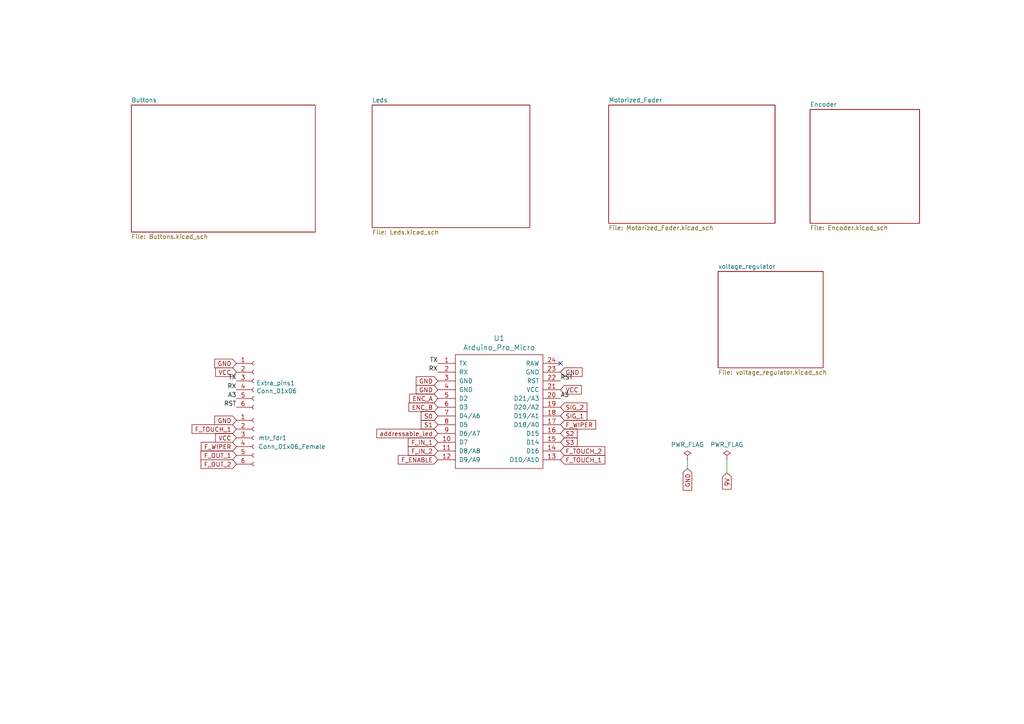
<source format=kicad_sch>
(kicad_sch (version 20211123) (generator eeschema)
  (paper "A4")
  (title_block (title "Faduino") (date "2021-09-14") (rev "1") (company "Nerd Musician"))
  (lib_symbols
    (symbol "Connector:Conn_01x06_Female" (pin_names (offset 1.016) hide)
      (property "Reference" "J" (at 0 7.62 0))
      (property "Value" "Conn_01x06_Female" (at 0 -10.16 0))
      (symbol "Conn_01x06_Female_1_1"
        (arc (start 0 -7.112) (mid -0.508 -7.62) (end 0 -8.128) (stroke (width 0.1524)))
        (arc (start 0 -4.572) (mid -0.508 -5.08) (end 0 -5.588) (stroke (width 0.1524)))
        (arc (start 0 -2.032) (mid -0.508 -2.54) (end 0 -3.048) (stroke (width 0.1524)))
        (polyline (pts (xy -1.27 -7.62) (xy -0.508 -7.62)) (stroke (width 0.1524)))
        (polyline (pts (xy -1.27 -5.08) (xy -0.508 -5.08)) (stroke (width 0.1524)))
        (polyline (pts (xy -1.27 -2.54) (xy -0.508 -2.54)) (stroke (width 0.1524)))
        (polyline (pts (xy -1.27 0) (xy -0.508 0)) (stroke (width 0.1524)))
        (polyline (pts (xy -1.27 2.54) (xy -0.508 2.54)) (stroke (width 0.1524)))
        (polyline (pts (xy -1.27 5.08) (xy -0.508 5.08)) (stroke (width 0.1524)))
        (arc (start 0 0.508) (mid -0.508 0) (end 0 -0.508) (stroke (width 0.1524)))
        (arc (start 0 3.048) (mid -0.508 2.54) (end 0 2.032) (stroke (width 0.1524)))
        (arc (start 0 5.588) (mid -0.508 5.08) (end 0 4.572) (stroke (width 0.1524)))
        (pin passive line (at -5.08 5.08 0) (length 3.81) (name "Pin_1") (number "1"))
        (pin passive line (at -5.08 2.54 0) (length 3.81) (name "Pin_2") (number "2"))
        (pin passive line (at -5.08 0 0) (length 3.81) (name "Pin_3") (number "3"))
        (pin passive line (at -5.08 -2.54 0) (length 3.81) (name "Pin_4") (number "4"))
        (pin passive line (at -5.08 -5.08 0) (length 3.81) (name "Pin_5") (number "5"))
        (pin passive line (at -5.08 -7.62 0) (length 3.81) (name "Pin_6") (number "6"))
      )
    )
    (symbol "Faduino-1-rescue:Arduino_Pro_Micro-promicro" (pin_names (offset 1.016))
      (property "Reference" "U" (at 0 24.13 0))
      (property "Value" "Arduino_Pro_Micro-promicro" (at 0 -13.97 0))
      (symbol "Arduino_Pro_Micro-promicro_0_1"
        (rectangle (start -12.7 21.59) (end 12.7 -11.43))
      )
      (symbol "Arduino_Pro_Micro-promicro_1_1"
        (pin bidirectional line (at -17.78 19.05 0) (length 5.08) (name "TX") (number "1"))
        (pin bidirectional line (at -17.78 -3.81 0) (length 5.08) (name "D7") (number "10"))
        (pin bidirectional line (at -17.78 -6.35 0) (length 5.08) (name "D8/A8") (number "11"))
        (pin bidirectional line (at -17.78 -8.89 0) (length 5.08) (name "D9/A9") (number "12"))
        (pin bidirectional line (at 17.78 -8.89 180) (length 5.08) (name "D10/A10") (number "13"))
        (pin bidirectional line (at 17.78 -6.35 180) (length 5.08) (name "D16") (number "14"))
        (pin bidirectional line (at 17.78 -3.81 180) (length 5.08) (name "D14") (number "15"))
        (pin bidirectional line (at 17.78 -1.27 180) (length 5.08) (name "D15") (number "16"))
        (pin bidirectional line (at 17.78 1.27 180) (length 5.08) (name "D18/A0") (number "17"))
        (pin bidirectional line (at 17.78 3.81 180) (length 5.08) (name "D19/A1") (number "18"))
        (pin bidirectional line (at 17.78 6.35 180) (length 5.08) (name "D20/A2") (number "19"))
        (pin bidirectional line (at -17.78 16.51 0) (length 5.08) (name "RX") (number "2"))
        (pin bidirectional line (at 17.78 8.89 180) (length 5.08) (name "D21/A3") (number "20"))
        (pin power_out line (at 17.78 11.43 180) (length 5.08) (name "VCC") (number "21"))
        (pin input line (at 17.78 13.97 180) (length 5.08) (name "RST") (number "22"))
        (pin power_in line (at 17.78 16.51 180) (length 5.08) (name "GND") (number "23"))
        (pin power_out line (at 17.78 19.05 180) (length 5.08) (name "RAW") (number "24"))
        (pin power_in line (at -17.78 13.97 0) (length 5.08) (name "GND") (number "3"))
        (pin power_in line (at -17.78 11.43 0) (length 5.08) (name "GND") (number "4"))
        (pin bidirectional line (at -17.78 8.89 0) (length 5.08) (name "D2") (number "5"))
        (pin bidirectional line (at -17.78 6.35 0) (length 5.08) (name "D3") (number "6"))
        (pin bidirectional line (at -17.78 3.81 0) (length 5.08) (name "D4/A6") (number "7"))
        (pin bidirectional line (at -17.78 1.27 0) (length 5.08) (name "D5") (number "8"))
        (pin bidirectional line (at -17.78 -1.27 0) (length 5.08) (name "D6/A7") (number "9"))
      )
    )
    (symbol "power:PWR_FLAG" (power) (pin_numbers hide) (pin_names (offset 0) hide)
      (property "Value" "PWR_FLAG" (at 0 3.81 0))
      (symbol "PWR_FLAG_0_0"
        (pin power_out line (at 0 0 90) (length 0) (name "pwr") (number "1"))
      )
      (symbol "PWR_FLAG_0_1"
        (polyline (pts (xy 0 0) (xy 0 1.27) (xy -1.016 1.905) (xy 0 2.54) (xy 1.016 1.905) (xy 0 1.27)))
      )
    )
  )
  (no_connect (at 162.56 105.41))
  (wire (pts (xy 199.39 135.89) (xy 199.39 133.35)))
  (wire (pts (xy 210.82 137.16) (xy 210.82 133.35)))
  (label "RX" (at 127 107.95 180))
  (label "A3" (at 162.56 115.57 0))
  (label "RST" (at 162.56 110.49 0))
  (label "A3" (at 68.58 115.57 180))
  (label "TX" (at 127 105.41 180))
  (label "RST" (at 68.58 118.11 180))
  (label "RX" (at 68.58 113.03 180))
  (label "TX" (at 68.58 110.49 180))
  (global_label "SIG_1" (shape input) (at 162.56 120.65 0) (property "Intersheet References" "${INTERSHEET_REFS}" (effects hide)))
  (global_label "SIG_2" (shape input) (at 162.56 118.11 0) (property "Intersheet References" "${INTERSHEET_REFS}" (effects hide)))
  (global_label "F_OUT_2" (shape input) (at 68.58 134.62 180) (property "Intersheet References" "${INTERSHEET_REFS}" (effects hide)))
  (global_label "F_TOUCH_1" (shape input) (at 162.56 133.35 0) (property "Intersheet References" "${INTERSHEET_REFS}" (effects hide)))
  (global_label "ENC_A" (shape input) (at 127 115.57 180) (property "Intersheet References" "${INTERSHEET_REFS}" (effects hide)))
  (global_label "S1" (shape input) (at 127 123.19 180) (property "Intersheet References" "${INTERSHEET_REFS}" (effects hide)))
  (global_label "F_TOUCH_1" (shape input) (at 68.58 124.46 180) (property "Intersheet References" "${INTERSHEET_REFS}" (effects hide)))
  (global_label "GND" (shape input) (at 199.39 135.89 270) (property "Intersheet References" "${INTERSHEET_REFS}" (effects hide)))
  (global_label "F_WIPER" (shape input) (at 162.56 123.19 0) (property "Intersheet References" "${INTERSHEET_REFS}" (effects hide)))
  (global_label "GND" (shape input) (at 68.58 105.41 180) (property "Intersheet References" "${INTERSHEET_REFS}" (effects hide)))
  (global_label "GND" (shape input) (at 68.58 121.92 180) (property "Intersheet References" "${INTERSHEET_REFS}" (effects hide)))
  (global_label "F_IN_1" (shape input) (at 127 128.27 180) (property "Intersheet References" "${INTERSHEET_REFS}" (effects hide)))
  (global_label "F_TOUCH_2" (shape input) (at 162.56 130.81 0) (property "Intersheet References" "${INTERSHEET_REFS}" (effects hide)))
  (global_label "ENC_B" (shape input) (at 127 118.11 180) (property "Intersheet References" "${INTERSHEET_REFS}" (effects hide)))
  (global_label "F_ENABLE" (shape input) (at 127 133.35 180) (property "Intersheet References" "${INTERSHEET_REFS}" (effects hide)))
  (global_label "F_IN_2" (shape input) (at 127 130.81 180) (property "Intersheet References" "${INTERSHEET_REFS}" (effects hide)))
  (global_label "VCC" (shape input) (at 68.58 127 180) (property "Intersheet References" "${INTERSHEET_REFS}" (effects hide)))
  (global_label "F_WIPER" (shape input) (at 68.58 129.54 180) (property "Intersheet References" "${INTERSHEET_REFS}" (effects hide)))
  (global_label "VCC" (shape input) (at 68.58 107.95 180) (property "Intersheet References" "${INTERSHEET_REFS}" (effects hide)))
  (global_label "F_OUT_1" (shape input) (at 68.58 132.08 180) (property "Intersheet References" "${INTERSHEET_REFS}" (effects hide)))
  (global_label "GND" (shape input) (at 127 110.49 180) (property "Intersheet References" "${INTERSHEET_REFS}" (effects hide)))
  (global_label "S0" (shape input) (at 127 120.65 180) (property "Intersheet References" "${INTERSHEET_REFS}" (effects hide)))
  (global_label "S3" (shape input) (at 162.56 128.27 0) (property "Intersheet References" "${INTERSHEET_REFS}" (effects hide)))
  (global_label "S2" (shape input) (at 162.56 125.73 0) (property "Intersheet References" "${INTERSHEET_REFS}" (effects hide)))
  (global_label "addressable_led" (shape input) (at 127 125.73 180) (property "Intersheet References" "${INTERSHEET_REFS}" (effects hide)))
  (global_label "VCC" (shape input) (at 162.56 113.03 0) (property "Intersheet References" "${INTERSHEET_REFS}" (effects hide)))
  (global_label "GND" (shape input) (at 162.56 107.95 0) (property "Intersheet References" "${INTERSHEET_REFS}" (effects hide)))
  (global_label "GND" (shape input) (at 127 113.03 180) (property "Intersheet References" "${INTERSHEET_REFS}" (effects hide)))
  (global_label "9V" (shape input) (at 210.82 137.16 270) (property "Intersheet References" "${INTERSHEET_REFS}" (effects hide)))
  (symbol (lib_id "Faduino-1-rescue:Arduino_Pro_Micro-promicro") (at 144.78 124.46 0) (unit 1)
    (property "Reference" "U1" (at 144.78 98.1202 0) (effects (font (size 1.524 1.524))))
    (property "Value" "Arduino_Pro_Micro" (at 144.78 100.8126 0) (effects (font (size 1.524 1.524))))
    (property "Footprint" "Arduino_Shield_Modules_for_KiCad:ArduinoProMicro" (effects hide))
  )
  (symbol (lib_id "Connector:Conn_01x06_Female") (at 73.66 110.49 0) (unit 1)
    (property "Reference" "Extra_pins1" (at 74.3712 111.0996 0) (effects (justify left)))
    (property "Value" "Conn_01x06" (at 74.3712 113.411 0) (effects (justify left)))
    (property "Footprint" "Connector_PinSocket_2.54mm:PinSocket_1x06_P2.54mm_Vertical" (effects hide))
  )
  (symbol (lib_id "power:PWR_FLAG") (at 199.39 133.35 0) (unit 1)
    (property "Reference" "#FLG01" (effects hide))
    (property "Value" "PWR_FLAG" (at 199.39 128.9558 0))
  )
  (symbol (lib_id "power:PWR_FLAG") (at 210.82 133.35 0) (unit 1)
    (property "Reference" "#FLG02" (effects hide))
    (property "Value" "PWR_FLAG" (at 210.82 128.9558 0))
  )
  (symbol (lib_id "Connector:Conn_01x06_Female") (at 73.66 127 0) (unit 1)
    (property "Reference" "mtr_fdr1" (at 74.93 126.9999 0) (effects (justify left)))
    (property "Value" "Conn_01x06_Female" (at 74.93 129.5399 0) (effects (justify left)))
    (property "Footprint" "Connector_IDC:IDC-Header_2x03_P2.54mm_Vertical" (effects hide))
  )
  (sheet (at 38.1 30.48) (size 53.34 36.83)
    (property "Sheet name" "Buttons" (at 38.1 29.7684 0) (effects (justify left bottom)))
    (property "Sheet file" "Buttons.kicad_sch" (at 38.1 67.8946 0) (effects (justify left top)))
  )
  (sheet (at 107.95 30.48) (size 45.72 35.56)
    (property "Sheet name" "Leds" (at 107.95 29.7684 0) (effects (justify left bottom)))
    (property "Sheet file" "Leds.kicad_sch" (at 107.95 66.6246 0) (effects (justify left top)))
  )
  (sheet (at 176.53 30.48) (size 48.26 34.29)
    (property "Sheet name" "Motorized_Fader" (at 176.53 29.7684 0) (effects (justify left bottom)))
    (property "Sheet file" "Motorized_Fader.kicad_sch" (at 176.53 65.3546 0) (effects (justify left top)))
  )
  (sheet (at 234.95 31.75) (size 31.75 33.02)
    (property "Sheet name" "Encoder" (at 234.95 31.0384 0) (effects (justify left bottom)))
    (property "Sheet file" "Encoder.kicad_sch" (at 234.95 65.3546 0) (effects (justify left top)))
  )
  (sheet (at 208.28 78.74) (size 30.48 27.94)
    (property "Sheet name" "voltage_regulator" (at 208.28 78.0284 0) (effects (justify left bottom)))
    (property "Sheet file" "voltage_regulator.kicad_sch" (at 208.28 107.2646 0) (effects (justify left top)))
  )
)
</source>
